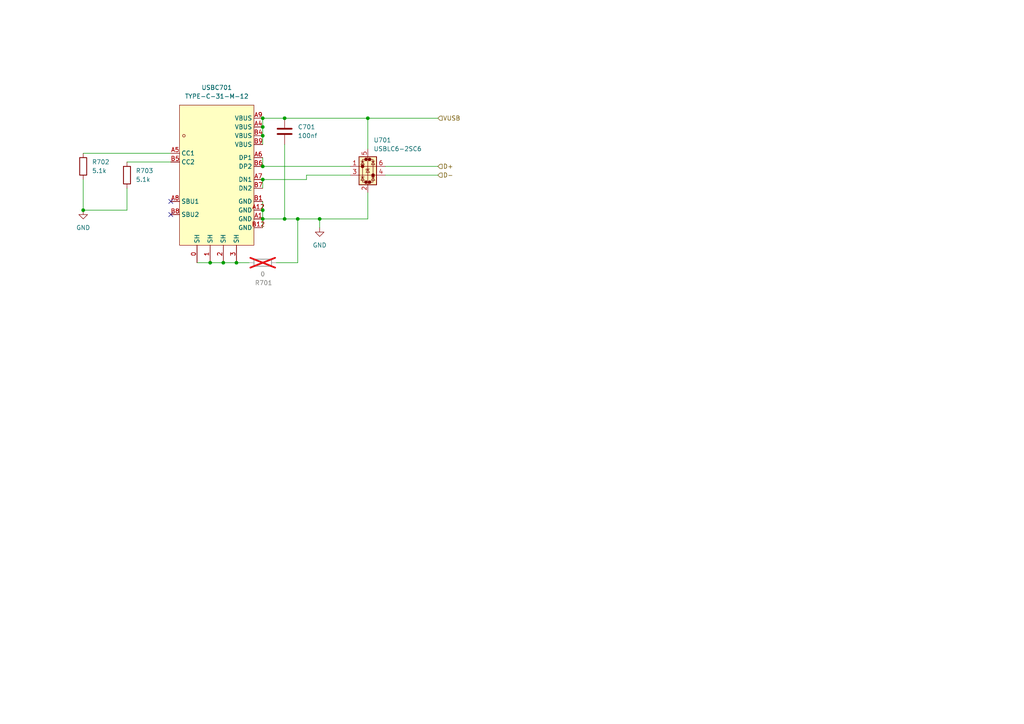
<source format=kicad_sch>
(kicad_sch (version 20231120) (generator "eeschema") (generator_version "8.0")
  (paper "A4")
  (lib_symbols
    (symbol "Device:C" (pin_numbers hide) (pin_names (offset 0.254))
      (property "Reference" "C" (at 0.635 2.54 0))
      (property "Value" "C" (at 0.635 -2.54 0))
      (symbol "C_0_1"
        (polyline (pts (xy -2.032 -0.762) (xy 2.032 -0.762)) (stroke (width 0.508)))
        (polyline (pts (xy -2.032 0.762) (xy 2.032 0.762)) (stroke (width 0.508)))
      )
      (symbol "C_1_1"
        (pin passive line (at 0 3.81 270) (length 2.794) (name "~") (number "1"))
        (pin passive line (at 0 -3.81 90) (length 2.794) (name "~") (number "2"))
      )
    )
    (symbol "Device:R" (pin_numbers hide) (pin_names (offset 0))
      (property "Reference" "R" (at 2.032 0 90))
      (property "Value" "R" (at 0 0 90))
      (symbol "R_0_1"
        (rectangle (start -1.016 -2.54) (end 1.016 2.54) (stroke (width 0.254)))
      )
      (symbol "R_1_1"
        (pin passive line (at 0 3.81 270) (length 1.27) (name "~") (number "1"))
        (pin passive line (at 0 -3.81 90) (length 1.27) (name "~") (number "2"))
      )
    )
    (symbol "Power_Protection:USBLC6-2SC6" (pin_names hide)
      (property "Reference" "U" (at 0.635 5.715 0))
      (property "Value" "USBLC6-2SC6" (at 0.635 3.81 0))
      (symbol "USBLC6-2SC6_0_0"
        (circle (center -1.524 0) (radius 0.0001) (stroke (width 0.508)))
        (circle (center -0.508 -4.572) (radius 0.0001) (stroke (width 0.508)))
        (circle (center -0.508 2.032) (radius 0.0001) (stroke (width 0.508)))
        (circle (center 0.508 -4.572) (radius 0.0001) (stroke (width 0.508)))
        (circle (center 0.508 2.032) (radius 0.0001) (stroke (width 0.508)))
        (circle (center 1.524 -2.54) (radius 0.0001) (stroke (width 0.508)))
      )
      (symbol "USBLC6-2SC6_0_1"
        (polyline (pts (xy -2.54 -2.54) (xy 2.54 -2.54)))
        (polyline (pts (xy -2.54 0) (xy 2.54 0)))
        (polyline (pts (xy -2.032 -3.048) (xy -1.016 -3.048)))
        (polyline (pts (xy -1.016 1.524) (xy -2.032 1.524)))
        (polyline (pts (xy 1.016 -3.048) (xy 2.032 -3.048)))
        (polyline (pts (xy 1.016 1.524) (xy 2.032 1.524)))
        (polyline (pts (xy -0.508 -1.143) (xy -0.508 -0.762) (xy 0.508 -0.762)))
        (polyline (pts (xy -2.032 0.508) (xy -1.016 0.508) (xy -1.524 1.524) (xy -2.032 0.508)))
        (polyline (pts (xy -1.016 -4.064) (xy -2.032 -4.064) (xy -1.524 -3.048) (xy -1.016 -4.064)))
        (polyline (pts (xy 0.508 -1.778) (xy -0.508 -1.778) (xy 0 -0.762) (xy 0.508 -1.778)))
        (polyline (pts (xy 2.032 -4.064) (xy 1.016 -4.064) (xy 1.524 -3.048) (xy 2.032 -4.064)))
        (polyline (pts (xy 2.032 0.508) (xy 1.016 0.508) (xy 1.524 1.524) (xy 2.032 0.508)))
        (polyline (pts (xy 0 2.54) (xy -0.508 2.032) (xy 0.508 2.032) (xy 0 1.524) (xy 0 -4.064) (xy -0.508 -4.572) (xy 0.508 -4.572) (xy 0 -5.08)))
      )
      (symbol "USBLC6-2SC6_1_1"
        (rectangle (start -2.54 2.794) (end 2.54 -5.334) (stroke (width 0.254)) (fill (type background)))
        (polyline (pts (xy -0.508 2.032) (xy -1.524 2.032) (xy -1.524 -4.572) (xy -0.508 -4.572)))
        (polyline (pts (xy 0.508 -4.572) (xy 1.524 -4.572) (xy 1.524 2.032) (xy 0.508 2.032)))
        (pin passive line (at -5.08 0 0) (length 2.54) (name "I/O1") (number "1"))
        (pin passive line (at 0 -7.62 90) (length 2.54) (name "GND") (number "2"))
        (pin passive line (at -5.08 -2.54 0) (length 2.54) (name "I/O2") (number "3"))
        (pin passive line (at 5.08 -2.54 180) (length 2.54) (name "I/O2") (number "4"))
        (pin passive line (at 0 5.08 270) (length 2.54) (name "VBUS") (number "5"))
        (pin passive line (at 5.08 0 180) (length 2.54) (name "I/O1") (number "6"))
      )
    )
    (symbol "easyeda2kicad:TYPE-C-31-M-12"
      (property "Reference" "USBC" (at 0 26.67 0))
      (property "Value" "TYPE-C-31-M-12" (at 0 -26.67 0))
      (symbol "TYPE-C-31-M-12_0_1"
        (rectangle (start -8.89 24.13) (end 12.7 -16.51) (fill (type background)))
        (circle (center -7.62 15.24) (radius 0.38))
        (pin unspecified line (at -3.81 -21.59 90) (length 5.08) (name "SH") (number "0"))
        (pin unspecified line (at 15.24 -8.89 180) (length 2.54) (name "GND") (number "A1"))
        (pin unspecified line (at 15.24 -6.35 180) (length 2.54) (name "GND") (number "A12"))
        (pin unspecified line (at 15.24 17.78 180) (length 2.54) (name "VBUS") (number "A4"))
        (pin unspecified line (at -11.43 10.16 0) (length 2.54) (name "CC1") (number "A5"))
        (pin unspecified line (at 15.24 8.89 180) (length 2.54) (name "DP1") (number "A6"))
        (pin unspecified line (at 15.24 2.54 180) (length 2.54) (name "DN1") (number "A7"))
        (pin unspecified line (at -11.43 -3.81 0) (length 2.54) (name "SBU1") (number "A8"))
        (pin unspecified line (at 15.24 20.32 180) (length 2.54) (name "VBUS") (number "A9"))
        (pin unspecified line (at 15.24 -3.81 180) (length 2.54) (name "GND") (number "B1"))
        (pin unspecified line (at 15.24 -11.43 180) (length 2.54) (name "GND") (number "B12"))
        (pin unspecified line (at 15.24 15.24 180) (length 2.54) (name "VBUS") (number "B4"))
        (pin unspecified line (at -11.43 7.62 0) (length 2.54) (name "CC2") (number "B5"))
        (pin unspecified line (at 15.24 6.35 180) (length 2.54) (name "DP2") (number "B6"))
        (pin unspecified line (at 15.24 0 180) (length 2.54) (name "DN2") (number "B7"))
        (pin unspecified line (at -11.43 -7.62 0) (length 2.54) (name "SBU2") (number "B8"))
        (pin unspecified line (at 15.24 12.7 180) (length 2.54) (name "VBUS") (number "B9"))
      )
      (symbol "TYPE-C-31-M-12_1_1"
        (pin unspecified line (at 0 -21.59 90) (length 5.08) (name "SH") (number "1"))
        (pin unspecified line (at 3.81 -21.59 90) (length 5.08) (name "SH") (number "2"))
        (pin unspecified line (at 7.62 -21.59 90) (length 5.08) (name "SH") (number "3"))
      )
    )
    (symbol "power:GND" (power) (pin_numbers hide) (pin_names (offset 0) hide)
      (property "Value" "GND" (at 0 -3.81 0))
      (symbol "GND_0_1"
        (polyline (pts (xy 0 0) (xy 0 -1.27) (xy 1.27 -1.27) (xy 0 -2.54) (xy -1.27 -1.27) (xy 0 -1.27)))
      )
      (symbol "GND_1_1"
        (pin power_in line (at 0 0 270) (length 0) (name "~") (number "1"))
      )
    )
  )
  (junction (at 76.2 39.37))
  (junction (at 64.77 76.2))
  (junction (at 76.2 36.83))
  (junction (at 76.2 52.07))
  (junction (at 106.68 34.29))
  (junction (at 68.58 76.2))
  (junction (at 86.36 63.5))
  (junction (at 24.13 60.96))
  (junction (at 76.2 48.26))
  (junction (at 76.2 60.96))
  (junction (at 92.71 63.5))
  (junction (at 76.2 63.5))
  (junction (at 76.2 34.29))
  (junction (at 82.55 34.29))
  (junction (at 82.55 63.5))
  (junction (at 60.96 76.2))
  (no_connect (at 49.53 58.42))
  (no_connect (at 49.53 62.23))
  (wire (pts (xy 76.2 36.83) (xy 76.2 39.37)))
  (wire (pts (xy 24.13 52.07) (xy 24.13 60.96)))
  (wire (pts (xy 76.2 34.29) (xy 76.2 36.83)))
  (wire (pts (xy 60.96 76.2) (xy 64.77 76.2)))
  (wire (pts (xy 76.2 60.96) (xy 76.2 63.5)))
  (wire (pts (xy 82.55 63.5) (xy 86.36 63.5)))
  (wire (pts (xy 76.2 34.29) (xy 82.55 34.29)))
  (wire (pts (xy 36.83 60.96) (xy 24.13 60.96)))
  (wire (pts (xy 106.68 34.29) (xy 127 34.29)))
  (wire (pts (xy 76.2 52.07) (xy 76.2 54.61)))
  (wire (pts (xy 76.2 52.07) (xy 88.9 52.07)))
  (wire (pts (xy 57.15 76.2) (xy 60.96 76.2)))
  (wire (pts (xy 76.2 63.5) (xy 76.2 66.04)))
  (wire (pts (xy 76.2 39.37) (xy 76.2 41.91)))
  (wire (pts (xy 86.36 63.5) (xy 92.71 63.5)))
  (wire (pts (xy 111.76 48.26) (xy 127 48.26)))
  (wire (pts (xy 24.13 44.45) (xy 49.53 44.45)))
  (wire (pts (xy 92.71 63.5) (xy 92.71 66.04)))
  (wire (pts (xy 106.68 34.29) (xy 106.68 43.18)))
  (wire (pts (xy 88.9 50.8) (xy 88.9 52.07)))
  (wire (pts (xy 36.83 46.99) (xy 49.53 46.99)))
  (wire (pts (xy 106.68 63.5) (xy 106.68 55.88)))
  (wire (pts (xy 36.83 54.61) (xy 36.83 60.96)))
  (wire (pts (xy 82.55 41.91) (xy 82.55 63.5)))
  (wire (pts (xy 88.9 50.8) (xy 101.6 50.8)))
  (wire (pts (xy 111.76 50.8) (xy 127 50.8)))
  (wire (pts (xy 76.2 48.26) (xy 101.6 48.26)))
  (wire (pts (xy 82.55 34.29) (xy 106.68 34.29)))
  (wire (pts (xy 92.71 63.5) (xy 106.68 63.5)))
  (wire (pts (xy 76.2 63.5) (xy 82.55 63.5)))
  (wire (pts (xy 76.2 45.72) (xy 76.2 48.26)))
  (wire (pts (xy 64.77 76.2) (xy 68.58 76.2)))
  (wire (pts (xy 86.36 76.2) (xy 86.36 63.5)))
  (wire (pts (xy 76.2 58.42) (xy 76.2 60.96)))
  (wire (pts (xy 80.01 76.2) (xy 86.36 76.2)))
  (wire (pts (xy 68.58 76.2) (xy 72.39 76.2)))
  (hierarchical_label "D+" (shape input) (at 127 48.26 0))
  (hierarchical_label "VUSB" (shape input) (at 127 34.29 0))
  (hierarchical_label "D-" (shape input) (at 127 50.8 0))
  (symbol (lib_id "power:GND") (at 24.13 60.96 0) (unit 1)
    (property "Reference" "#PWR0702" (effects (hide yes)))
    (property "Value" "GND" (at 24.13 66.04 0))
    (property "Description" "Power symbol creates a global label with name \"GND\" , ground" (effects (hide yes)))
  )
  (symbol (lib_id "easyeda2kicad:TYPE-C-31-M-12") (at 60.96 54.61 0) (unit 1)
    (property "Reference" "USBC701" (at 62.865 25.4 0))
    (property "Value" "TYPE-C-31-M-12" (at 62.865 27.94 0))
    (property "Footprint" "easyeda2kicad:USB-C_SMD-TYPE-C-31-M-12" (effects (hide yes)))
    (property "Datasheet" "https://lcsc.com/product-detail/USB-Type-C_Korean-Hroparts-Elec-TYPE-C-31-M-12_C165948.html" (effects (hide yes)))
    (property "LCSC Part" "C165948" (effects (hide yes)))
  )
  (symbol (lib_id "Device:R") (at 36.83 50.8 0) (unit 1)
    (property "Reference" "R703" (at 39.37 49.5299 0) (effects (justify left)))
    (property "Value" "5.1k" (at 39.37 52.0699 0) (effects (justify left)))
    (property "Footprint" "Resistor_SMD:R_0603_1608Metric" (effects (hide yes)))
    (property "Description" "Resistor" (effects (hide yes)))
  )
  (symbol (lib_id "Power_Protection:USBLC6-2SC6") (at 106.68 48.26 0) (unit 1)
    (property "Reference" "U701" (at 108.3311 40.64 0) (effects (justify left)))
    (property "Value" "USBLC6-2SC6" (at 108.3311 43.18 0) (effects (justify left)))
    (property "Footprint" "Package_TO_SOT_SMD:SOT-23-6" (effects (hide yes)))
    (property "Datasheet" "https://www.st.com/resource/en/datasheet/usblc6-2.pdf" (effects (hide yes)))
    (property "Description" "Very low capacitance ESD protection diode, 2 data-line, SOT-23-6" (effects (hide yes)))
  )
  (symbol (lib_id "Device:R") (at 76.2 76.2 90) (unit 1) (in_bom no) (dnp yes)
    (property "Reference" "R701" (at 76.454 82.042 90))
    (property "Value" "0" (at 76.2 79.502 90))
    (property "Footprint" "Resistor_SMD:R_0603_1608Metric" (effects (hide yes)))
    (property "Description" "Resistor" (effects (hide yes)))
  )
  (symbol (lib_id "Device:R") (at 24.13 48.26 0) (unit 1)
    (property "Reference" "R702" (at 26.67 46.9899 0) (effects (justify left)))
    (property "Value" "5.1k" (at 26.67 49.5299 0) (effects (justify left)))
    (property "Footprint" "Resistor_SMD:R_0603_1608Metric" (effects (hide yes)))
    (property "Description" "Resistor" (effects (hide yes)))
  )
  (symbol (lib_id "Device:C") (at 82.55 38.1 0) (unit 1)
    (property "Reference" "C701" (at 86.36 36.8299 0) (effects (justify left)))
    (property "Value" "100nf" (at 86.36 39.3699 0) (effects (justify left)))
    (property "Footprint" "Capacitor_SMD:C_0603_1608Metric" (effects (hide yes)))
    (property "Description" "Unpolarized capacitor" (effects (hide yes)))
  )
  (symbol (lib_id "power:GND") (at 92.71 66.04 0) (unit 1)
    (property "Reference" "#PWR0701" (effects (hide yes)))
    (property "Value" "GND" (at 92.71 71.12 0))
    (property "Description" "Power symbol creates a global label with name \"GND\" , ground" (effects (hide yes)))
  )
)
</source>
